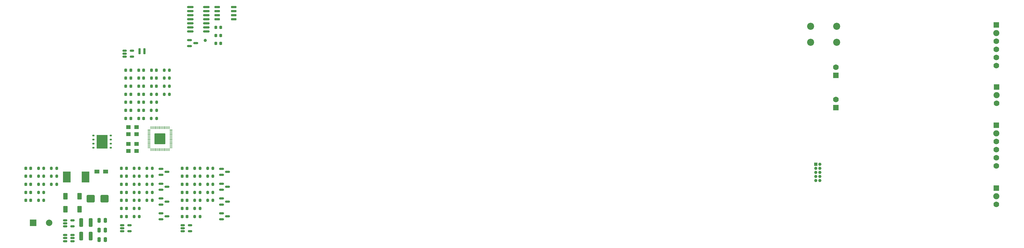
<source format=gbr>
%TF.GenerationSoftware,KiCad,Pcbnew,9.0.1-9.0.1-0~ubuntu24.04.1*%
%TF.CreationDate,2025-04-27T20:23:52-07:00*%
%TF.ProjectId,CAN-IO-expander,43414e2d-494f-42d6-9578-70616e646572,1*%
%TF.SameCoordinates,Original*%
%TF.FileFunction,Copper,L1,Top*%
%TF.FilePolarity,Positive*%
%FSLAX46Y46*%
G04 Gerber Fmt 4.6, Leading zero omitted, Abs format (unit mm)*
G04 Created by KiCad (PCBNEW 9.0.1-9.0.1-0~ubuntu24.04.1) date 2025-04-27 20:23:52*
%MOMM*%
%LPD*%
G01*
G04 APERTURE LIST*
G04 Aperture macros list*
%AMRoundRect*
0 Rectangle with rounded corners*
0 $1 Rounding radius*
0 $2 $3 $4 $5 $6 $7 $8 $9 X,Y pos of 4 corners*
0 Add a 4 corners polygon primitive as box body*
4,1,4,$2,$3,$4,$5,$6,$7,$8,$9,$2,$3,0*
0 Add four circle primitives for the rounded corners*
1,1,$1+$1,$2,$3*
1,1,$1+$1,$4,$5*
1,1,$1+$1,$6,$7*
1,1,$1+$1,$8,$9*
0 Add four rect primitives between the rounded corners*
20,1,$1+$1,$2,$3,$4,$5,0*
20,1,$1+$1,$4,$5,$6,$7,0*
20,1,$1+$1,$6,$7,$8,$9,0*
20,1,$1+$1,$8,$9,$2,$3,0*%
%AMFreePoly0*
4,1,18,-0.437500,0.050000,-0.433694,0.069134,-0.422855,0.085355,-0.406634,0.096194,-0.387500,0.100000,0.387500,0.100000,0.437500,0.050000,0.437500,-0.050000,0.433694,-0.069134,0.422855,-0.085355,0.406634,-0.096194,0.387500,-0.100000,-0.387500,-0.100000,-0.406634,-0.096194,-0.422855,-0.085355,-0.433694,-0.069134,-0.437500,-0.050000,-0.437500,0.050000,-0.437500,0.050000,$1*%
%AMFreePoly1*
4,1,18,-0.437500,0.050000,-0.433694,0.069134,-0.422855,0.085355,-0.406634,0.096194,-0.387500,0.100000,0.387500,0.100000,0.406634,0.096194,0.422855,0.085355,0.433694,0.069134,0.437500,0.050000,0.437500,-0.050000,0.387500,-0.100000,-0.387500,-0.100000,-0.406634,-0.096194,-0.422855,-0.085355,-0.433694,-0.069134,-0.437500,-0.050000,-0.437500,0.050000,-0.437500,0.050000,$1*%
%AMFreePoly2*
4,1,18,-0.100000,0.387500,-0.050000,0.437500,0.050000,0.437500,0.069134,0.433694,0.085355,0.422855,0.096194,0.406634,0.100000,0.387500,0.100000,-0.387500,0.096194,-0.406634,0.085355,-0.422855,0.069134,-0.433694,0.050000,-0.437500,-0.050000,-0.437500,-0.069134,-0.433694,-0.085355,-0.422855,-0.096194,-0.406634,-0.100000,-0.387500,-0.100000,0.387500,-0.100000,0.387500,$1*%
%AMFreePoly3*
4,1,18,-0.100000,0.387500,-0.096194,0.406634,-0.085355,0.422855,-0.069134,0.433694,-0.050000,0.437500,0.050000,0.437500,0.100000,0.387500,0.100000,-0.387500,0.096194,-0.406634,0.085355,-0.422855,0.069134,-0.433694,0.050000,-0.437500,-0.050000,-0.437500,-0.069134,-0.433694,-0.085355,-0.422855,-0.096194,-0.406634,-0.100000,-0.387500,-0.100000,0.387500,-0.100000,0.387500,$1*%
%AMFreePoly4*
4,1,18,-0.437500,0.050000,-0.433694,0.069134,-0.422855,0.085355,-0.406634,0.096194,-0.387500,0.100000,0.387500,0.100000,0.406634,0.096194,0.422855,0.085355,0.433694,0.069134,0.437500,0.050000,0.437500,-0.050000,0.433694,-0.069134,0.422855,-0.085355,0.406634,-0.096194,0.387500,-0.100000,-0.387500,-0.100000,-0.437500,-0.050000,-0.437500,0.050000,-0.437500,0.050000,$1*%
%AMFreePoly5*
4,1,18,-0.437500,0.050000,-0.387500,0.100000,0.387500,0.100000,0.406634,0.096194,0.422855,0.085355,0.433694,0.069134,0.437500,0.050000,0.437500,-0.050000,0.433694,-0.069134,0.422855,-0.085355,0.406634,-0.096194,0.387500,-0.100000,-0.387500,-0.100000,-0.406634,-0.096194,-0.422855,-0.085355,-0.433694,-0.069134,-0.437500,-0.050000,-0.437500,0.050000,-0.437500,0.050000,$1*%
%AMFreePoly6*
4,1,18,-0.100000,0.387500,-0.096194,0.406634,-0.085355,0.422855,-0.069134,0.433694,-0.050000,0.437500,0.050000,0.437500,0.069134,0.433694,0.085355,0.422855,0.096194,0.406634,0.100000,0.387500,0.100000,-0.387500,0.050000,-0.437500,-0.050000,-0.437500,-0.069134,-0.433694,-0.085355,-0.422855,-0.096194,-0.406634,-0.100000,-0.387500,-0.100000,0.387500,-0.100000,0.387500,$1*%
%AMFreePoly7*
4,1,18,-0.100000,0.387500,-0.096194,0.406634,-0.085355,0.422855,-0.069134,0.433694,-0.050000,0.437500,0.050000,0.437500,0.069134,0.433694,0.085355,0.422855,0.096194,0.406634,0.100000,0.387500,0.100000,-0.387500,0.096194,-0.406634,0.085355,-0.422855,0.069134,-0.433694,0.050000,-0.437500,-0.050000,-0.437500,-0.100000,-0.387500,-0.100000,0.387500,-0.100000,0.387500,$1*%
G04 Aperture macros list end*
%TA.AperFunction,SMDPad,CuDef*%
%ADD10RoundRect,0.225000X-0.225000X-0.250000X0.225000X-0.250000X0.225000X0.250000X-0.225000X0.250000X0*%
%TD*%
%TA.AperFunction,SMDPad,CuDef*%
%ADD11RoundRect,0.150000X-0.512500X-0.150000X0.512500X-0.150000X0.512500X0.150000X-0.512500X0.150000X0*%
%TD*%
%TA.AperFunction,SMDPad,CuDef*%
%ADD12RoundRect,0.200000X-0.200000X-0.275000X0.200000X-0.275000X0.200000X0.275000X-0.200000X0.275000X0*%
%TD*%
%TA.AperFunction,ComponentPad*%
%ADD13R,1.778000X1.778000*%
%TD*%
%TA.AperFunction,ComponentPad*%
%ADD14C,1.778000*%
%TD*%
%TA.AperFunction,SMDPad,CuDef*%
%ADD15RoundRect,0.150000X-0.587500X-0.150000X0.587500X-0.150000X0.587500X0.150000X-0.587500X0.150000X0*%
%TD*%
%TA.AperFunction,SMDPad,CuDef*%
%ADD16RoundRect,0.105000X-0.245000X-0.795000X0.245000X-0.795000X0.245000X0.795000X-0.245000X0.795000X0*%
%TD*%
%TA.AperFunction,ComponentPad*%
%ADD17R,1.000000X1.000000*%
%TD*%
%TA.AperFunction,ComponentPad*%
%ADD18C,1.000000*%
%TD*%
%TA.AperFunction,ComponentPad*%
%ADD19C,1.905000*%
%TD*%
%TA.AperFunction,SMDPad,CuDef*%
%ADD20RoundRect,0.250000X-0.450000X-0.800000X0.450000X-0.800000X0.450000X0.800000X-0.450000X0.800000X0*%
%TD*%
%TA.AperFunction,SMDPad,CuDef*%
%ADD21RoundRect,0.250000X-0.325000X-1.100000X0.325000X-1.100000X0.325000X1.100000X-0.325000X1.100000X0*%
%TD*%
%TA.AperFunction,SMDPad,CuDef*%
%ADD22RoundRect,0.250000X-0.250000X-0.475000X0.250000X-0.475000X0.250000X0.475000X-0.250000X0.475000X0*%
%TD*%
%TA.AperFunction,SMDPad,CuDef*%
%ADD23RoundRect,0.250000X-1.000000X-0.900000X1.000000X-0.900000X1.000000X0.900000X-1.000000X0.900000X0*%
%TD*%
%TA.AperFunction,SMDPad,CuDef*%
%ADD24R,2.413000X3.429000*%
%TD*%
%TA.AperFunction,SMDPad,CuDef*%
%ADD25RoundRect,0.150000X-0.725000X-0.150000X0.725000X-0.150000X0.725000X0.150000X-0.725000X0.150000X0*%
%TD*%
%TA.AperFunction,SMDPad,CuDef*%
%ADD26FreePoly0,0.000000*%
%TD*%
%TA.AperFunction,SMDPad,CuDef*%
%ADD27RoundRect,0.050000X-0.387500X-0.050000X0.387500X-0.050000X0.387500X0.050000X-0.387500X0.050000X0*%
%TD*%
%TA.AperFunction,SMDPad,CuDef*%
%ADD28FreePoly1,0.000000*%
%TD*%
%TA.AperFunction,SMDPad,CuDef*%
%ADD29FreePoly2,0.000000*%
%TD*%
%TA.AperFunction,SMDPad,CuDef*%
%ADD30RoundRect,0.050000X-0.050000X-0.387500X0.050000X-0.387500X0.050000X0.387500X-0.050000X0.387500X0*%
%TD*%
%TA.AperFunction,SMDPad,CuDef*%
%ADD31FreePoly3,0.000000*%
%TD*%
%TA.AperFunction,SMDPad,CuDef*%
%ADD32FreePoly4,0.000000*%
%TD*%
%TA.AperFunction,SMDPad,CuDef*%
%ADD33FreePoly5,0.000000*%
%TD*%
%TA.AperFunction,SMDPad,CuDef*%
%ADD34FreePoly6,0.000000*%
%TD*%
%TA.AperFunction,SMDPad,CuDef*%
%ADD35FreePoly7,0.000000*%
%TD*%
%TA.AperFunction,ComponentPad*%
%ADD36C,0.600000*%
%TD*%
%TA.AperFunction,SMDPad,CuDef*%
%ADD37RoundRect,0.153000X1.547000X-1.547000X1.547000X1.547000X-1.547000X1.547000X-1.547000X-1.547000X0*%
%TD*%
%TA.AperFunction,SMDPad,CuDef*%
%ADD38R,1.400000X1.200000*%
%TD*%
%TA.AperFunction,SMDPad,CuDef*%
%ADD39RoundRect,0.125000X-0.250000X-0.125000X0.250000X-0.125000X0.250000X0.125000X-0.250000X0.125000X0*%
%TD*%
%TA.AperFunction,HeatsinkPad*%
%ADD40R,3.400000X4.300000*%
%TD*%
%TA.AperFunction,SMDPad,CuDef*%
%ADD41RoundRect,0.150000X-0.825000X-0.150000X0.825000X-0.150000X0.825000X0.150000X-0.825000X0.150000X0*%
%TD*%
%TA.AperFunction,ComponentPad*%
%ADD42R,2.000000X2.000000*%
%TD*%
%TA.AperFunction,ComponentPad*%
%ADD43C,2.000000*%
%TD*%
%TA.AperFunction,ComponentPad*%
%ADD44C,2.200000*%
%TD*%
%TA.AperFunction,SMDPad,CuDef*%
%ADD45R,1.500000X1.200000*%
%TD*%
G04 APERTURE END LIST*
D10*
%TO.P,C21,1*%
%TO.N,+5V*%
X-12527100Y-96916800D03*
%TO.P,C21,2*%
%TO.N,GND*%
X-10977100Y-96916800D03*
%TD*%
D11*
%TO.P,U11,1*%
%TO.N,Net-(U11--)*%
X-22839600Y-153671800D03*
%TO.P,U11,2,V-*%
%TO.N,GND*%
X-22839600Y-154621800D03*
%TO.P,U11,3,+*%
%TO.N,Net-(U11-+)*%
X-22839600Y-155571800D03*
%TO.P,U11,4,-*%
%TO.N,Net-(U11--)*%
X-20564600Y-155571800D03*
%TO.P,U11,5,V+*%
%TO.N,+5V*%
X-20564600Y-153671800D03*
%TD*%
D10*
%TO.P,C24,1*%
%TO.N,+5V*%
X-71777100Y-138416800D03*
%TO.P,C24,2*%
%TO.N,GND*%
X-70227100Y-138416800D03*
%TD*%
D12*
%TO.P,R39,1*%
%TO.N,GND*%
X-33997100Y-145946800D03*
%TO.P,R39,2*%
%TO.N,/AIN1_ADC*%
X-32347100Y-145946800D03*
%TD*%
D10*
%TO.P,C7,1*%
%TO.N,+1V1*%
X-40607100Y-120316800D03*
%TO.P,C7,2*%
%TO.N,GND*%
X-39057100Y-120316800D03*
%TD*%
D12*
%TO.P,R12,1*%
%TO.N,Net-(U11--)*%
X-19087100Y-138416800D03*
%TO.P,R12,2*%
%TO.N,/AIN0_ADC*%
X-17437100Y-138416800D03*
%TD*%
D10*
%TO.P,C42,1*%
%TO.N,Net-(C42-Pad1)*%
X-41967100Y-145946800D03*
%TO.P,C42,2*%
%TO.N,GND*%
X-40417100Y-145946800D03*
%TD*%
D12*
%TO.P,R22,1*%
%TO.N,Net-(D3-K)*%
X-63807100Y-138416800D03*
%TO.P,R22,2*%
%TO.N,/VBAT_ADC*%
X-62157100Y-138416800D03*
%TD*%
%TO.P,R1,1*%
%TO.N,/~{USB_BOOT}*%
X-32637100Y-112786800D03*
%TO.P,R1,2*%
%TO.N,/~{QSPI_SS}*%
X-30987100Y-112786800D03*
%TD*%
D13*
%TO.P,J2,1,Pin_1*%
%TO.N,/CAN1_L*%
X180848000Y-117003200D03*
D14*
%TO.P,J2,2,Pin_2*%
%TO.N,/CAN1_H*%
X180848000Y-114463200D03*
%TD*%
D15*
%TO.P,D9,1,K*%
%TO.N,GND*%
X-10739600Y-145351800D03*
%TO.P,D9,2,A*%
%TO.N,+3V3*%
X-10739600Y-147251800D03*
%TO.P,D9,3,K*%
%TO.N,/DI20*%
X-8864600Y-146301800D03*
%TD*%
%TO.P,D11,1,K*%
%TO.N,GND*%
X-10739600Y-149976800D03*
%TO.P,D11,2,A*%
%TO.N,+3V3*%
X-10739600Y-151876800D03*
%TO.P,D11,3,K*%
%TO.N,/DI30*%
X-8864600Y-150926800D03*
%TD*%
D10*
%TO.P,C45,1*%
%TO.N,+3V3*%
X-32587100Y-110276800D03*
%TO.P,C45,2*%
%TO.N,GND*%
X-31037100Y-110276800D03*
%TD*%
%TO.P,C3,1*%
%TO.N,+1V1*%
X-40607100Y-110276800D03*
%TO.P,C3,2*%
%TO.N,GND*%
X-39057100Y-110276800D03*
%TD*%
D16*
%TO.P,L1,1*%
%TO.N,+1V1*%
X-36283700Y-99311300D03*
%TO.P,L1,2*%
%TO.N,/VREG_LX*%
X-34783700Y-99311300D03*
%TD*%
D17*
%TO.P,J1,1,Pin_1*%
%TO.N,/USB_D-*%
X174625000Y-134645400D03*
D18*
%TO.P,J1,2,Pin_2*%
%TO.N,/USB_D+*%
X175895000Y-134645400D03*
%TO.P,J1,3,Pin_3*%
%TO.N,/USB_5V*%
X174625000Y-135915400D03*
%TO.P,J1,4,Pin_4*%
%TO.N,/SWCLK*%
X175895000Y-135915400D03*
%TO.P,J1,5,Pin_5*%
%TO.N,GND*%
X174625000Y-137185400D03*
%TO.P,J1,6,Pin_6*%
%TO.N,/SWD*%
X175895000Y-137185400D03*
%TO.P,J1,7,Pin_7*%
%TO.N,GND*%
X174625000Y-138455400D03*
%TO.P,J1,8,Pin_8*%
%TO.N,/~{USB_BOOT}*%
X175895000Y-138455400D03*
%TO.P,J1,9,Pin_9*%
%TO.N,GND*%
X174625000Y-139725400D03*
%TO.P,J1,10,Pin_10*%
%TO.N,/~{RESET}*%
X175895000Y-139725400D03*
%TD*%
D12*
%TO.P,R32,1*%
%TO.N,/IO1*%
X-38007100Y-145946800D03*
%TO.P,R32,2*%
%TO.N,Net-(C43-Pad1)*%
X-36357100Y-145946800D03*
%TD*%
D10*
%TO.P,C40,1*%
%TO.N,Net-(C40-Pad1)*%
X-41967100Y-143436800D03*
%TO.P,C40,2*%
%TO.N,GND*%
X-40417100Y-143436800D03*
%TD*%
D12*
%TO.P,R2,1*%
%TO.N,+3V3*%
X-32637100Y-115296800D03*
%TO.P,R2,2*%
%TO.N,Net-(U1-VREG_AVDD)*%
X-30987100Y-115296800D03*
%TD*%
D10*
%TO.P,C13,1*%
%TO.N,Net-(U1-ADC_AVDD)*%
X-36597100Y-117806800D03*
%TO.P,C13,2*%
%TO.N,GND*%
X-35047100Y-117806800D03*
%TD*%
D18*
%TO.P,TP1,1,1*%
%TO.N,Net-(U4-CLKO{slash}SOF)*%
X-15792100Y-95946800D03*
%TD*%
D12*
%TO.P,R40,1*%
%TO.N,/I2C0_SCL*%
X-28627100Y-107766800D03*
%TO.P,R40,2*%
%TO.N,+3V3*%
X-26977100Y-107766800D03*
%TD*%
D13*
%TO.P,J7,1,Pin_1*%
%TO.N,GND*%
X230886000Y-142087600D03*
D19*
%TO.P,J7,2,Pin_2*%
%TO.N,+5V_EXT*%
X230886000Y-144627600D03*
D14*
%TO.P,J7,3,Pin_3*%
%TO.N,/AIN1*%
X230886000Y-147167600D03*
%TD*%
D12*
%TO.P,R34,1*%
%TO.N,Net-(C29-Pad1)*%
X-38007100Y-150966800D03*
%TO.P,R34,2*%
%TO.N,/DI01*%
X-36357100Y-150966800D03*
%TD*%
D20*
%TO.P,D4,1,K*%
%TO.N,+5V_EXT*%
X-59457100Y-148676800D03*
%TO.P,D4,2,A*%
%TO.N,+5V*%
X-55057100Y-148676800D03*
%TD*%
D11*
%TO.P,U10,1,SCL*%
%TO.N,/I2C0_SCL*%
X-40939600Y-99181800D03*
%TO.P,U10,2,Vss*%
%TO.N,GND*%
X-40939600Y-100131800D03*
%TO.P,U10,3,SDA*%
%TO.N,/I2C0_SDA*%
X-40939600Y-101081800D03*
%TO.P,U10,4,Vcc*%
%TO.N,+3V3*%
X-38664600Y-101081800D03*
%TO.P,U10,5,WP*%
%TO.N,/EEPROM_WP*%
X-38664600Y-99181800D03*
%TD*%
D12*
%TO.P,R36,1*%
%TO.N,Net-(C42-Pad1)*%
X-33997100Y-138416800D03*
%TO.P,R36,2*%
%TO.N,/DI21*%
X-32347100Y-138416800D03*
%TD*%
%TO.P,R27,1*%
%TO.N,/QB0*%
X-15077100Y-143436800D03*
%TO.P,R27,2*%
%TO.N,Net-(C36-Pad1)*%
X-13427100Y-143436800D03*
%TD*%
%TO.P,R4,1*%
%TO.N,Net-(U1-USB_DM)*%
X-32637100Y-120316800D03*
%TO.P,R4,2*%
%TO.N,/USB_D-*%
X-30987100Y-120316800D03*
%TD*%
D10*
%TO.P,C4,1*%
%TO.N,+3V3*%
X-40607100Y-112786800D03*
%TO.P,C4,2*%
%TO.N,GND*%
X-39057100Y-112786800D03*
%TD*%
D12*
%TO.P,R38,1*%
%TO.N,Net-(U8--)*%
X-33997100Y-143436800D03*
%TO.P,R38,2*%
%TO.N,/AIN1_ADC*%
X-32347100Y-143436800D03*
%TD*%
D10*
%TO.P,C37,1*%
%TO.N,/VBAT_ADC*%
X-71777100Y-145946800D03*
%TO.P,C37,2*%
%TO.N,GND*%
X-70227100Y-145946800D03*
%TD*%
D13*
%TO.P,J6,1,Pin_1*%
%TO.N,GND*%
X230932800Y-91156800D03*
D19*
%TO.P,J6,2,Pin_2*%
%TO.N,+5V_EXT*%
X230932800Y-93696800D03*
D14*
%TO.P,J6,3,Pin_3*%
%TO.N,/QA1*%
X230932800Y-96236800D03*
%TO.P,J6,4,Pin_4*%
%TO.N,/QB1*%
X230932800Y-98776800D03*
%TO.P,J6,5,Pin_5*%
%TO.N,/PWM_IN1*%
X230932800Y-101316800D03*
%TO.P,J6,6,Pin_6*%
%TO.N,/IO1*%
X230932800Y-103856800D03*
%TD*%
D10*
%TO.P,C39,1*%
%TO.N,Net-(C39-Pad1)*%
X-23047100Y-148456800D03*
%TO.P,C39,2*%
%TO.N,GND*%
X-21497100Y-148456800D03*
%TD*%
D12*
%TO.P,R14,1*%
%TO.N,Net-(C41-Pad1)*%
X-19087100Y-140926800D03*
%TO.P,R14,2*%
%TO.N,/DI30*%
X-17437100Y-140926800D03*
%TD*%
D10*
%TO.P,C20,1*%
%TO.N,+3V3*%
X-12527100Y-94406800D03*
%TO.P,C20,2*%
%TO.N,GND*%
X-10977100Y-94406800D03*
%TD*%
D21*
%TO.P,C17,1*%
%TO.N,GND*%
X-54477100Y-152826800D03*
%TO.P,C17,2*%
%TO.N,/V_{BAT}*%
X-51527100Y-152826800D03*
%TD*%
D10*
%TO.P,C35,1*%
%TO.N,/5V_ADC*%
X-71777100Y-143436800D03*
%TO.P,C35,2*%
%TO.N,GND*%
X-70227100Y-143436800D03*
%TD*%
D22*
%TO.P,C18,1*%
%TO.N,+3V3*%
X-48902100Y-152206800D03*
%TO.P,C18,2*%
%TO.N,GND*%
X-47002100Y-152206800D03*
%TD*%
D10*
%TO.P,C43,1*%
%TO.N,Net-(C43-Pad1)*%
X-41967100Y-148456800D03*
%TO.P,C43,2*%
%TO.N,GND*%
X-40417100Y-148456800D03*
%TD*%
D12*
%TO.P,R8,1*%
%TO.N,Net-(U9-EN)*%
X-67817100Y-138416800D03*
%TO.P,R8,2*%
%TO.N,Net-(D3-K)*%
X-66167100Y-138416800D03*
%TD*%
%TO.P,R16,1*%
%TO.N,GND*%
X-67817100Y-143436800D03*
%TO.P,R16,2*%
%TO.N,Net-(U9-EN)*%
X-66167100Y-143436800D03*
%TD*%
D11*
%TO.P,U9,1,CB*%
%TO.N,Net-(U9-CB)*%
X-59539600Y-156776800D03*
%TO.P,U9,2,GND*%
%TO.N,GND*%
X-59539600Y-157726800D03*
%TO.P,U9,3,FB*%
%TO.N,Net-(U9-FB)*%
X-59539600Y-158676800D03*
%TO.P,U9,4,EN*%
%TO.N,Net-(U9-EN)*%
X-57264600Y-158676800D03*
%TO.P,U9,5,VIN*%
%TO.N,Net-(D3-K)*%
X-57264600Y-157726800D03*
%TO.P,U9,6,SW*%
%TO.N,Net-(U9-SW)*%
X-57264600Y-156776800D03*
%TD*%
D12*
%TO.P,R23,1*%
%TO.N,GND*%
X-63807100Y-140926800D03*
%TO.P,R23,2*%
%TO.N,/VBAT_ADC*%
X-62157100Y-140926800D03*
%TD*%
%TO.P,R15,1*%
%TO.N,GND*%
X-19087100Y-143436800D03*
%TO.P,R15,2*%
%TO.N,/AIN0_ADC*%
X-17437100Y-143436800D03*
%TD*%
D23*
%TO.P,D1,1,A1*%
%TO.N,GND*%
X-51517100Y-145376800D03*
%TO.P,D1,2,A2*%
%TO.N,/V_{BAT}*%
X-47217100Y-145376800D03*
%TD*%
D10*
%TO.P,C28,1*%
%TO.N,Net-(C28-Pad1)*%
X-23047100Y-135906800D03*
%TO.P,C28,2*%
%TO.N,GND*%
X-21497100Y-135906800D03*
%TD*%
D12*
%TO.P,R30,1*%
%TO.N,/QB1*%
X-38007100Y-140926800D03*
%TO.P,R30,2*%
%TO.N,Net-(C40-Pad1)*%
X-36357100Y-140926800D03*
%TD*%
%TO.P,R5,1*%
%TO.N,/~{RESET}*%
X-28627100Y-105256800D03*
%TO.P,R5,2*%
%TO.N,Net-(U1-RUN)*%
X-26977100Y-105256800D03*
%TD*%
%TO.P,R19,1*%
%TO.N,/5V_ADC*%
X-63807100Y-135906800D03*
%TO.P,R19,2*%
%TO.N,+5V_EXT*%
X-62157100Y-135906800D03*
%TD*%
%TO.P,R13,1*%
%TO.N,GND*%
X-67817100Y-140926800D03*
%TO.P,R13,2*%
%TO.N,Net-(U9-FB)*%
X-66167100Y-140926800D03*
%TD*%
D21*
%TO.P,C38,1*%
%TO.N,GND*%
X-54477100Y-157076800D03*
%TO.P,C38,2*%
%TO.N,Net-(D3-K)*%
X-51527100Y-157076800D03*
%TD*%
D13*
%TO.P,J5,1,Pin_1*%
%TO.N,GND*%
X230962200Y-110515400D03*
D19*
%TO.P,J5,2,Pin_2*%
%TO.N,+5V_EXT*%
X230962200Y-113055400D03*
D14*
%TO.P,J5,3,Pin_3*%
%TO.N,/AIN0*%
X230962200Y-115595400D03*
%TD*%
D13*
%TO.P,J3,1,Pin_1*%
%TO.N,/CAN1_L*%
X180848000Y-106883200D03*
D14*
%TO.P,J3,2,Pin_2*%
%TO.N,/CAN1_H*%
X180848000Y-104343200D03*
%TD*%
D22*
%TO.P,C27,1*%
%TO.N,+3V3*%
X-48902100Y-158226800D03*
%TO.P,C27,2*%
%TO.N,GND*%
X-47002100Y-158226800D03*
%TD*%
D11*
%TO.P,U7,1,SW*%
%TO.N,Net-(U7-SW)*%
X-59539600Y-152151800D03*
%TO.P,U7,2,GND*%
%TO.N,GND*%
X-59539600Y-153101800D03*
%TO.P,U7,3,NC*%
X-59539600Y-154051800D03*
%TO.P,U7,4,VOUT*%
%TO.N,+5V*%
X-57264600Y-154051800D03*
%TO.P,U7,5,NC*%
%TO.N,GND*%
X-57264600Y-152151800D03*
%TD*%
D10*
%TO.P,C33,1*%
%TO.N,Net-(U8-+)*%
X-41967100Y-140926800D03*
%TO.P,C33,2*%
%TO.N,GND*%
X-40417100Y-140926800D03*
%TD*%
D24*
%TO.P,L3,1,1*%
%TO.N,Net-(U9-SW)*%
X-58973100Y-138626800D03*
%TO.P,L3,2,2*%
%TO.N,+3V3*%
X-53131100Y-138626800D03*
%TD*%
D10*
%TO.P,C15,1*%
%TO.N,Net-(U1-ADC_AVDD)*%
X-32587100Y-105256800D03*
%TO.P,C15,2*%
%TO.N,GND*%
X-31037100Y-105256800D03*
%TD*%
%TO.P,C19,1*%
%TO.N,+3V3*%
X-12527100Y-91896800D03*
%TO.P,C19,2*%
%TO.N,GND*%
X-10977100Y-91896800D03*
%TD*%
D12*
%TO.P,R31,1*%
%TO.N,/PWM_IN1*%
X-38007100Y-143436800D03*
%TO.P,R31,2*%
%TO.N,Net-(C42-Pad1)*%
X-36357100Y-143436800D03*
%TD*%
D15*
%TO.P,D8,1,K*%
%TO.N,GND*%
X-29659600Y-140726800D03*
%TO.P,D8,2,A*%
%TO.N,+3V3*%
X-29659600Y-142626800D03*
%TO.P,D8,3,K*%
%TO.N,/DI11*%
X-27784600Y-141676800D03*
%TD*%
D10*
%TO.P,C1,1*%
%TO.N,+3V3*%
X-40607100Y-105256800D03*
%TO.P,C1,2*%
%TO.N,GND*%
X-39057100Y-105256800D03*
%TD*%
D25*
%TO.P,U5,1,TXD*%
%TO.N,/CAN-FD/CANTX*%
X-12107100Y-85511800D03*
%TO.P,U5,2,V_{SS}*%
%TO.N,GND*%
X-12107100Y-86781800D03*
%TO.P,U5,3,V_{DD}*%
%TO.N,+5V*%
X-12107100Y-88051800D03*
%TO.P,U5,4,RXD*%
%TO.N,/CAN-FD/CANRX*%
X-12107100Y-89321800D03*
%TO.P,U5,5,V_{IO}*%
%TO.N,+3V3*%
X-6957100Y-89321800D03*
%TO.P,U5,6,CANL*%
%TO.N,/CAN1_L*%
X-6957100Y-88051800D03*
%TO.P,U5,7,CANH*%
%TO.N,/CAN1_H*%
X-6957100Y-86781800D03*
%TO.P,U5,8,S*%
%TO.N,/SILENT*%
X-6957100Y-85511800D03*
%TD*%
D26*
%TO.P,U1,1,IOVDD*%
%TO.N,Net-(U1-ADC_AVDD)*%
X-33358700Y-123866400D03*
D27*
%TO.P,U1,2,GPIO0*%
%TO.N,/SPI0_RX*%
X-33358700Y-124266400D03*
%TO.P,U1,3,GPIO1*%
%TO.N,/~{SPI0_CS}*%
X-33358700Y-124666400D03*
%TO.P,U1,4,GPIO2*%
%TO.N,/SPI0_SCK*%
X-33358700Y-125066400D03*
%TO.P,U1,5,GPIO3*%
%TO.N,/SPI0_TX*%
X-33358700Y-125466400D03*
%TO.P,U1,6,DVDD*%
%TO.N,+1V1*%
X-33358700Y-125866400D03*
%TO.P,U1,7,GPIO4*%
%TO.N,/~{CAN_INT}*%
X-33358700Y-126266400D03*
%TO.P,U1,8,GPIO5*%
%TO.N,/~{CAN_RX_INT}*%
X-33358700Y-126666400D03*
%TO.P,U1,9,GPIO6*%
%TO.N,/~{CAN_TX_INT}*%
X-33358700Y-127066400D03*
%TO.P,U1,10,GPIO7*%
%TO.N,/SILENT*%
X-33358700Y-127466400D03*
%TO.P,U1,11,IOVDD*%
%TO.N,Net-(U1-ADC_AVDD)*%
X-33358700Y-127866400D03*
%TO.P,U1,12,GPIO8*%
%TO.N,/I2C0_SDA*%
X-33358700Y-128266400D03*
%TO.P,U1,13,GPIO9*%
%TO.N,/I2C0_SCL*%
X-33358700Y-128666400D03*
%TO.P,U1,14,GPIO10*%
%TO.N,/EEPROM_WP*%
X-33358700Y-129066400D03*
D28*
%TO.P,U1,15,GPIO11*%
%TO.N,/DI30*%
X-33358700Y-129466400D03*
D29*
%TO.P,U1,16,GPIO12*%
%TO.N,/DI10*%
X-32721200Y-130103900D03*
D30*
%TO.P,U1,17,GPIO13*%
%TO.N,/DI30*%
X-32321200Y-130103900D03*
%TO.P,U1,18,GPIO14*%
%TO.N,/DI00*%
X-31921200Y-130103900D03*
%TO.P,U1,19,GPIO15*%
%TO.N,/DI20*%
X-31521200Y-130103900D03*
%TO.P,U1,20,IOVDD*%
%TO.N,Net-(U1-ADC_AVDD)*%
X-31121200Y-130103900D03*
%TO.P,U1,21,XIN*%
%TO.N,Net-(U1-XIN)*%
X-30721200Y-130103900D03*
%TO.P,U1,22,XOUT*%
%TO.N,unconnected-(U1-XOUT-Pad22)*%
X-30321200Y-130103900D03*
%TO.P,U1,23,DVDD*%
%TO.N,+1V1*%
X-29921200Y-130103900D03*
%TO.P,U1,24,SWCLK*%
%TO.N,/SWCLK*%
X-29521200Y-130103900D03*
%TO.P,U1,25,SWD*%
%TO.N,/SWD*%
X-29121200Y-130103900D03*
%TO.P,U1,26,RUN*%
%TO.N,Net-(U1-RUN)*%
X-28721200Y-130103900D03*
%TO.P,U1,27,GPIO16*%
%TO.N,unconnected-(U1-GPIO16-Pad27)*%
X-28321200Y-130103900D03*
%TO.P,U1,28,GPIO17*%
%TO.N,/DI20*%
X-27921200Y-130103900D03*
%TO.P,U1,29,GPIO18*%
%TO.N,unconnected-(U1-GPIO18-Pad29)*%
X-27521200Y-130103900D03*
D31*
%TO.P,U1,30,IOVDD*%
%TO.N,Net-(U1-ADC_AVDD)*%
X-27121200Y-130103900D03*
D32*
%TO.P,U1,31,GPIO19*%
%TO.N,/DI31*%
X-26483700Y-129466400D03*
D27*
%TO.P,U1,32,GPIO20*%
%TO.N,/DI11*%
X-26483700Y-129066400D03*
%TO.P,U1,33,GPIO21*%
%TO.N,/DI31*%
X-26483700Y-128666400D03*
%TO.P,U1,34,GPIO22*%
%TO.N,/DI01*%
X-26483700Y-128266400D03*
%TO.P,U1,35,GPIO23*%
%TO.N,/DI21*%
X-26483700Y-127866400D03*
%TO.P,U1,36,GPIO24*%
%TO.N,unconnected-(U1-GPIO24-Pad36)*%
X-26483700Y-127466400D03*
%TO.P,U1,37,GPIO25*%
%TO.N,/DI21*%
X-26483700Y-127066400D03*
%TO.P,U1,38,IOVDD*%
%TO.N,Net-(U1-ADC_AVDD)*%
X-26483700Y-126666400D03*
%TO.P,U1,39,DVDD*%
%TO.N,+1V1*%
X-26483700Y-126266400D03*
%TO.P,U1,40,GPIO26_ADC0*%
%TO.N,/AIN0_ADC*%
X-26483700Y-125866400D03*
%TO.P,U1,41,GPIO27_ADC1*%
%TO.N,/AIN1_ADC*%
X-26483700Y-125466400D03*
%TO.P,U1,42,GPIO28_ADC2*%
%TO.N,/5V_ADC*%
X-26483700Y-125066400D03*
%TO.P,U1,43,GPIO29_ADC3*%
%TO.N,/VBAT_ADC*%
X-26483700Y-124666400D03*
%TO.P,U1,44,ADC_AVDD*%
%TO.N,Net-(U1-ADC_AVDD)*%
X-26483700Y-124266400D03*
D33*
%TO.P,U1,45,IOVDD*%
X-26483700Y-123866400D03*
D34*
%TO.P,U1,46,VREG_AVDD*%
%TO.N,Net-(U1-VREG_AVDD)*%
X-27121200Y-123228900D03*
D30*
%TO.P,U1,47,VREG_PGND*%
%TO.N,GND*%
X-27521200Y-123228900D03*
%TO.P,U1,48,VREG_LX*%
%TO.N,/VREG_LX*%
X-27921200Y-123228900D03*
%TO.P,U1,49,VREG_VIN*%
%TO.N,+3V3*%
X-28321200Y-123228900D03*
%TO.P,U1,50,VREG_FB*%
%TO.N,+1V1*%
X-28721200Y-123228900D03*
%TO.P,U1,51,USB_DM*%
%TO.N,Net-(U1-USB_DM)*%
X-29121200Y-123228900D03*
%TO.P,U1,52,USB_DP*%
%TO.N,Net-(U1-USB_DP)*%
X-29521200Y-123228900D03*
%TO.P,U1,53,USB_OTP_VDD*%
%TO.N,Net-(U1-ADC_AVDD)*%
X-29921200Y-123228900D03*
%TO.P,U1,54,QSPI_IOVDD*%
X-30321200Y-123228900D03*
%TO.P,U1,55,QSPI_SD3*%
%TO.N,/QSPI_D3*%
X-30721200Y-123228900D03*
%TO.P,U1,56,QSPI_SCLK*%
%TO.N,/QSPI_SCLK*%
X-31121200Y-123228900D03*
%TO.P,U1,57,QSPI_SD0*%
%TO.N,/QSPI_D0*%
X-31521200Y-123228900D03*
%TO.P,U1,58,QSPI_SD2*%
%TO.N,/QSPI_D2*%
X-31921200Y-123228900D03*
%TO.P,U1,59,QSPI_SD1*%
%TO.N,/QSPI_D1*%
X-32321200Y-123228900D03*
D35*
%TO.P,U1,60,QSPI_SS*%
%TO.N,/~{QSPI_SS}*%
X-32721200Y-123228900D03*
D36*
%TO.P,U1,61,GND*%
%TO.N,GND*%
X-31296200Y-125291400D03*
X-31296200Y-126666400D03*
X-31296200Y-128041400D03*
X-29921200Y-125291400D03*
X-29921200Y-126666400D03*
D37*
X-29921200Y-126666400D03*
D36*
X-29921200Y-128041400D03*
X-28546200Y-125291400D03*
X-28546200Y-126666400D03*
X-28546200Y-128041400D03*
%TD*%
D10*
%TO.P,C10,1*%
%TO.N,Net-(U1-ADC_AVDD)*%
X-36597100Y-110276800D03*
%TO.P,C10,2*%
%TO.N,GND*%
X-35047100Y-110276800D03*
%TD*%
D12*
%TO.P,R3,1*%
%TO.N,Net-(U1-USB_DP)*%
X-32637100Y-117806800D03*
%TO.P,R3,2*%
%TO.N,/USB_D+*%
X-30987100Y-117806800D03*
%TD*%
%TO.P,R21,1*%
%TO.N,Net-(C28-Pad1)*%
X-19087100Y-150966800D03*
%TO.P,R21,2*%
%TO.N,/DI00*%
X-17437100Y-150966800D03*
%TD*%
D15*
%TO.P,D2,1,K1*%
%TO.N,/CAN1_L*%
X-20699600Y-95871800D03*
%TO.P,D2,2,K1*%
%TO.N,/CAN1_H*%
X-20699600Y-97771800D03*
%TO.P,D2,3,KK*%
%TO.N,GND*%
X-18824600Y-96821800D03*
%TD*%
D38*
%TO.P,U3,1,EN*%
%TO.N,+3V3*%
X-39747100Y-125231800D03*
%TO.P,U3,2,GND*%
%TO.N,GND*%
X-37207100Y-125231800D03*
%TO.P,U3,3,OUT*%
%TO.N,Net-(U1-XIN)*%
X-37207100Y-123031800D03*
%TO.P,U3,4,V_{DD}*%
%TO.N,+3V3*%
X-39747100Y-123031800D03*
%TD*%
D15*
%TO.P,D5,1,K*%
%TO.N,GND*%
X-29659600Y-136101800D03*
%TO.P,D5,2,A*%
%TO.N,+3V3*%
X-29659600Y-138001800D03*
%TO.P,D5,3,K*%
%TO.N,/DI01*%
X-27784600Y-137051800D03*
%TD*%
D12*
%TO.P,R26,1*%
%TO.N,GND*%
X-15077100Y-140926800D03*
%TO.P,R26,2*%
%TO.N,/AIN0*%
X-13427100Y-140926800D03*
%TD*%
%TO.P,R24,1*%
%TO.N,/IO0*%
X-15077100Y-135906800D03*
%TO.P,R24,2*%
%TO.N,Net-(C41-Pad1)*%
X-13427100Y-135906800D03*
%TD*%
D10*
%TO.P,C29,1*%
%TO.N,Net-(C29-Pad1)*%
X-41967100Y-135906800D03*
%TO.P,C29,2*%
%TO.N,GND*%
X-40417100Y-135906800D03*
%TD*%
D12*
%TO.P,R10,1*%
%TO.N,/AIN0*%
X-19087100Y-135906800D03*
%TO.P,R10,2*%
%TO.N,Net-(U11-+)*%
X-17437100Y-135906800D03*
%TD*%
%TO.P,R42,1*%
%TO.N,/EEPROM_WP*%
X-28627100Y-112786800D03*
%TO.P,R42,2*%
%TO.N,+3V3*%
X-26977100Y-112786800D03*
%TD*%
D10*
%TO.P,C41,1*%
%TO.N,Net-(C41-Pad1)*%
X-23047100Y-150966800D03*
%TO.P,C41,2*%
%TO.N,GND*%
X-21497100Y-150966800D03*
%TD*%
%TO.P,C14,1*%
%TO.N,Net-(U1-ADC_AVDD)*%
X-36597100Y-120316800D03*
%TO.P,C14,2*%
%TO.N,GND*%
X-35047100Y-120316800D03*
%TD*%
D12*
%TO.P,R33,1*%
%TO.N,GND*%
X-38007100Y-148456800D03*
%TO.P,R33,2*%
%TO.N,/AIN1*%
X-36357100Y-148456800D03*
%TD*%
D39*
%TO.P,U2,1,~{CS}*%
%TO.N,/~{QSPI_SS}*%
X-50667100Y-125686800D03*
%TO.P,U2,2,DO/IO_{1}*%
%TO.N,/QSPI_D1*%
X-50667100Y-126956800D03*
%TO.P,U2,3,~{WP}/IO_{2}*%
%TO.N,/QSPI_D2*%
X-50667100Y-128226800D03*
%TO.P,U2,4,GND*%
%TO.N,GND*%
X-50667100Y-129496800D03*
%TO.P,U2,5,DI/IO_{0}*%
%TO.N,/QSPI_D0*%
X-45267100Y-129496800D03*
%TO.P,U2,6,CLK*%
%TO.N,/QSPI_SCLK*%
X-45267100Y-128226800D03*
%TO.P,U2,7,~{HOLD}/~{RESET}/IO_{3}*%
%TO.N,/QSPI_D3*%
X-45267100Y-126956800D03*
%TO.P,U2,8,VCC*%
%TO.N,+3V3*%
X-45267100Y-125686800D03*
D40*
%TO.P,U2,9,EP*%
%TO.N,GND*%
X-47967100Y-127591800D03*
%TD*%
D12*
%TO.P,R29,1*%
%TO.N,/QA1*%
X-38007100Y-138416800D03*
%TO.P,R29,2*%
%TO.N,Net-(C29-Pad1)*%
X-36357100Y-138416800D03*
%TD*%
%TO.P,R11,1*%
%TO.N,/AIN1*%
X-38007100Y-135906800D03*
%TO.P,R11,2*%
%TO.N,Net-(U8-+)*%
X-36357100Y-135906800D03*
%TD*%
D41*
%TO.P,U4,1,TXCAN*%
%TO.N,/CAN-FD/CANTX*%
X-20457100Y-85511800D03*
%TO.P,U4,2,RXCAN*%
%TO.N,/CAN-FD/CANRX*%
X-20457100Y-86781800D03*
%TO.P,U4,3,CLKO/SOF*%
%TO.N,Net-(U4-CLKO{slash}SOF)*%
X-20457100Y-88051800D03*
%TO.P,U4,4,~{INT}*%
%TO.N,/~{CAN_INT}*%
X-20457100Y-89321800D03*
%TO.P,U4,5,OSC2*%
%TO.N,unconnected-(U4-OSC2-Pad5)*%
X-20457100Y-90591800D03*
%TO.P,U4,6,OSC1*%
%TO.N,/CAN-FD/CLK*%
X-20457100Y-91861800D03*
%TO.P,U4,7,VSS*%
%TO.N,GND*%
X-20457100Y-93131800D03*
%TO.P,U4,8,~{INT1}/GPIO1*%
%TO.N,/~{CAN_TX_INT}*%
X-15507100Y-93131800D03*
%TO.P,U4,9,~{INT0}/GPIO0/XSTBY*%
%TO.N,/~{CAN_RX_INT}*%
X-15507100Y-91861800D03*
%TO.P,U4,10,SCK*%
%TO.N,/SPI0_SCK*%
X-15507100Y-90591800D03*
%TO.P,U4,11,SDI*%
%TO.N,/SPI0_TX*%
X-15507100Y-89321800D03*
%TO.P,U4,12,SDO*%
%TO.N,/SPI0_RX*%
X-15507100Y-88051800D03*
%TO.P,U4,13,~{CS}*%
%TO.N,/~{SPI0_CS}*%
X-15507100Y-86781800D03*
%TO.P,U4,14,VDD*%
%TO.N,+3V3*%
X-15507100Y-85511800D03*
%TD*%
D12*
%TO.P,R41,1*%
%TO.N,/I2C0_SDA*%
X-28627100Y-110276800D03*
%TO.P,R41,2*%
%TO.N,+3V3*%
X-26977100Y-110276800D03*
%TD*%
%TO.P,R18,1*%
%TO.N,Net-(C39-Pad1)*%
X-19087100Y-145946800D03*
%TO.P,R18,2*%
%TO.N,/DI20*%
X-17437100Y-145946800D03*
%TD*%
D10*
%TO.P,C9,1*%
%TO.N,Net-(U1-ADC_AVDD)*%
X-36597100Y-107766800D03*
%TO.P,C9,2*%
%TO.N,GND*%
X-35047100Y-107766800D03*
%TD*%
D12*
%TO.P,R20,1*%
%TO.N,Net-(C36-Pad1)*%
X-19087100Y-148456800D03*
%TO.P,R20,2*%
%TO.N,/DI10*%
X-17437100Y-148456800D03*
%TD*%
D15*
%TO.P,D7,1,K*%
%TO.N,GND*%
X-10739600Y-140726800D03*
%TO.P,D7,2,A*%
%TO.N,+3V3*%
X-10739600Y-142626800D03*
%TO.P,D7,3,K*%
%TO.N,/DI10*%
X-8864600Y-141676800D03*
%TD*%
D10*
%TO.P,C12,1*%
%TO.N,Net-(U1-ADC_AVDD)*%
X-36597100Y-115296800D03*
%TO.P,C12,2*%
%TO.N,GND*%
X-35047100Y-115296800D03*
%TD*%
D15*
%TO.P,D10,1,K*%
%TO.N,GND*%
X-29659600Y-145351800D03*
%TO.P,D10,2,A*%
%TO.N,+3V3*%
X-29659600Y-147251800D03*
%TO.P,D10,3,K*%
%TO.N,/DI21*%
X-27784600Y-146301800D03*
%TD*%
D12*
%TO.P,R25,1*%
%TO.N,/PWM_IN0*%
X-15077100Y-138416800D03*
%TO.P,R25,2*%
%TO.N,Net-(C39-Pad1)*%
X-13427100Y-138416800D03*
%TD*%
D11*
%TO.P,U8,1*%
%TO.N,Net-(U8--)*%
X-41759600Y-153671800D03*
%TO.P,U8,2,V-*%
%TO.N,GND*%
X-41759600Y-154621800D03*
%TO.P,U8,3,+*%
%TO.N,Net-(U8-+)*%
X-41759600Y-155571800D03*
%TO.P,U8,4,-*%
%TO.N,Net-(U8--)*%
X-39484600Y-155571800D03*
%TO.P,U8,5,V+*%
%TO.N,+5V*%
X-39484600Y-153671800D03*
%TD*%
D15*
%TO.P,D12,1,K*%
%TO.N,GND*%
X-29659600Y-149976800D03*
%TO.P,D12,2,A*%
%TO.N,+3V3*%
X-29659600Y-151876800D03*
%TO.P,D12,3,K*%
%TO.N,/DI31*%
X-27784600Y-150926800D03*
%TD*%
D10*
%TO.P,C11,1*%
%TO.N,Net-(U1-ADC_AVDD)*%
X-36597100Y-112786800D03*
%TO.P,C11,2*%
%TO.N,GND*%
X-35047100Y-112786800D03*
%TD*%
%TO.P,C34,1*%
%TO.N,/AIN0_ADC*%
X-23047100Y-143436800D03*
%TO.P,C34,2*%
%TO.N,GND*%
X-21497100Y-143436800D03*
%TD*%
D12*
%TO.P,R17,1*%
%TO.N,GND*%
X-67817100Y-145946800D03*
%TO.P,R17,2*%
%TO.N,/5V_ADC*%
X-66167100Y-145946800D03*
%TD*%
%TO.P,R28,1*%
%TO.N,/QA0*%
X-15077100Y-145946800D03*
%TO.P,R28,2*%
%TO.N,Net-(C28-Pad1)*%
X-13427100Y-145946800D03*
%TD*%
D10*
%TO.P,C6,1*%
%TO.N,+1V1*%
X-40607100Y-117806800D03*
%TO.P,C6,2*%
%TO.N,GND*%
X-39057100Y-117806800D03*
%TD*%
D42*
%TO.P,C22,1*%
%TO.N,Net-(D3-K)*%
X-69467454Y-152976800D03*
D43*
%TO.P,C22,2*%
%TO.N,GND*%
X-64467454Y-152976800D03*
%TD*%
D10*
%TO.P,C8,1*%
%TO.N,+1V1*%
X-36597100Y-105256800D03*
%TO.P,C8,2*%
%TO.N,GND*%
X-35047100Y-105256800D03*
%TD*%
%TO.P,C16,1*%
%TO.N,+3V3*%
X-32587100Y-107766800D03*
%TO.P,C16,2*%
%TO.N,GND*%
X-31037100Y-107766800D03*
%TD*%
D20*
%TO.P,D3,1,K*%
%TO.N,Net-(D3-K)*%
X-59457100Y-144626800D03*
%TO.P,D3,2,A*%
%TO.N,/V_{BAT}*%
X-55057100Y-144626800D03*
%TD*%
D10*
%TO.P,C32,1*%
%TO.N,Net-(U11-+)*%
X-23047100Y-140926800D03*
%TO.P,C32,2*%
%TO.N,GND*%
X-21497100Y-140926800D03*
%TD*%
D44*
%TO.P,J8,1,Pin_1*%
%TO.N,/V_{BAT}*%
X172948600Y-91592400D03*
%TO.P,J8,2,Pin_2*%
%TO.N,GND*%
X172948600Y-96592400D03*
%TO.P,J8,3,Pin_3*%
%TO.N,/V_{BAT}*%
X181148600Y-91592400D03*
%TO.P,J8,4,Pin_4*%
%TO.N,GND*%
X181148600Y-96592400D03*
%TD*%
D10*
%TO.P,C44,1*%
%TO.N,/AIN1_ADC*%
X-41967100Y-150966800D03*
%TO.P,C44,2*%
%TO.N,GND*%
X-40417100Y-150966800D03*
%TD*%
D15*
%TO.P,D6,1,K*%
%TO.N,GND*%
X-10739600Y-136101800D03*
%TO.P,D6,2,A*%
%TO.N,+3V3*%
X-10739600Y-138001800D03*
%TO.P,D6,3,K*%
%TO.N,/DI00*%
X-8864600Y-137051800D03*
%TD*%
D10*
%TO.P,C36,1*%
%TO.N,Net-(C36-Pad1)*%
X-23047100Y-145946800D03*
%TO.P,C36,2*%
%TO.N,GND*%
X-21497100Y-145946800D03*
%TD*%
D38*
%TO.P,U6,1,EN*%
%TO.N,+3V3*%
X-39747100Y-130551800D03*
%TO.P,U6,2,GND*%
%TO.N,GND*%
X-37207100Y-130551800D03*
%TO.P,U6,3,OUT*%
%TO.N,/CAN-FD/CLK*%
X-37207100Y-128351800D03*
%TO.P,U6,4,V_{DD}*%
%TO.N,+3V3*%
X-39747100Y-128351800D03*
%TD*%
D22*
%TO.P,C26,1*%
%TO.N,+3V3*%
X-48902100Y-155216800D03*
%TO.P,C26,2*%
%TO.N,GND*%
X-47002100Y-155216800D03*
%TD*%
D12*
%TO.P,R35,1*%
%TO.N,Net-(C40-Pad1)*%
X-33997100Y-135906800D03*
%TO.P,R35,2*%
%TO.N,/DI11*%
X-32347100Y-135906800D03*
%TD*%
D10*
%TO.P,C5,1*%
%TO.N,Net-(U1-VREG_AVDD)*%
X-40607100Y-115296800D03*
%TO.P,C5,2*%
%TO.N,GND*%
X-39057100Y-115296800D03*
%TD*%
D12*
%TO.P,R37,1*%
%TO.N,Net-(C43-Pad1)*%
X-33997100Y-140926800D03*
%TO.P,R37,2*%
%TO.N,/DI31*%
X-32347100Y-140926800D03*
%TD*%
D10*
%TO.P,C31,1*%
%TO.N,+5V*%
X-41967100Y-138416800D03*
%TO.P,C31,2*%
%TO.N,GND*%
X-40417100Y-138416800D03*
%TD*%
D45*
%TO.P,L2,1,1*%
%TO.N,+3V3*%
X-49602100Y-136976800D03*
%TO.P,L2,2,2*%
%TO.N,Net-(U7-SW)*%
X-46902100Y-136976800D03*
%TD*%
D10*
%TO.P,C25,1*%
%TO.N,Net-(U9-CB)*%
X-71777100Y-140926800D03*
%TO.P,C25,2*%
%TO.N,Net-(U9-SW)*%
X-70227100Y-140926800D03*
%TD*%
%TO.P,C2,1*%
%TO.N,+3V3*%
X-40607100Y-107766800D03*
%TO.P,C2,2*%
%TO.N,GND*%
X-39057100Y-107766800D03*
%TD*%
D13*
%TO.P,J4,1,Pin_1*%
%TO.N,GND*%
X230886000Y-122478800D03*
D19*
%TO.P,J4,2,Pin_2*%
%TO.N,+5V_EXT*%
X230886000Y-125018800D03*
D14*
%TO.P,J4,3,Pin_3*%
%TO.N,/QA0*%
X230886000Y-127558800D03*
%TO.P,J4,4,Pin_4*%
%TO.N,/QB0*%
X230886000Y-130098800D03*
%TO.P,J4,5,Pin_5*%
%TO.N,/PWM_IN0*%
X230886000Y-132638800D03*
%TO.P,J4,6,Pin_6*%
%TO.N,/IO0*%
X230886000Y-135178800D03*
%TD*%
D10*
%TO.P,C23,1*%
%TO.N,+5V*%
X-71777100Y-135906800D03*
%TO.P,C23,2*%
%TO.N,GND*%
X-70227100Y-135906800D03*
%TD*%
D12*
%TO.P,R7,1*%
%TO.N,Net-(U9-FB)*%
X-67817100Y-135906800D03*
%TO.P,R7,2*%
%TO.N,+3V3*%
X-66167100Y-135906800D03*
%TD*%
D10*
%TO.P,C30,1*%
%TO.N,+5V*%
X-23047100Y-138416800D03*
%TO.P,C30,2*%
%TO.N,GND*%
X-21497100Y-138416800D03*
%TD*%
M02*

</source>
